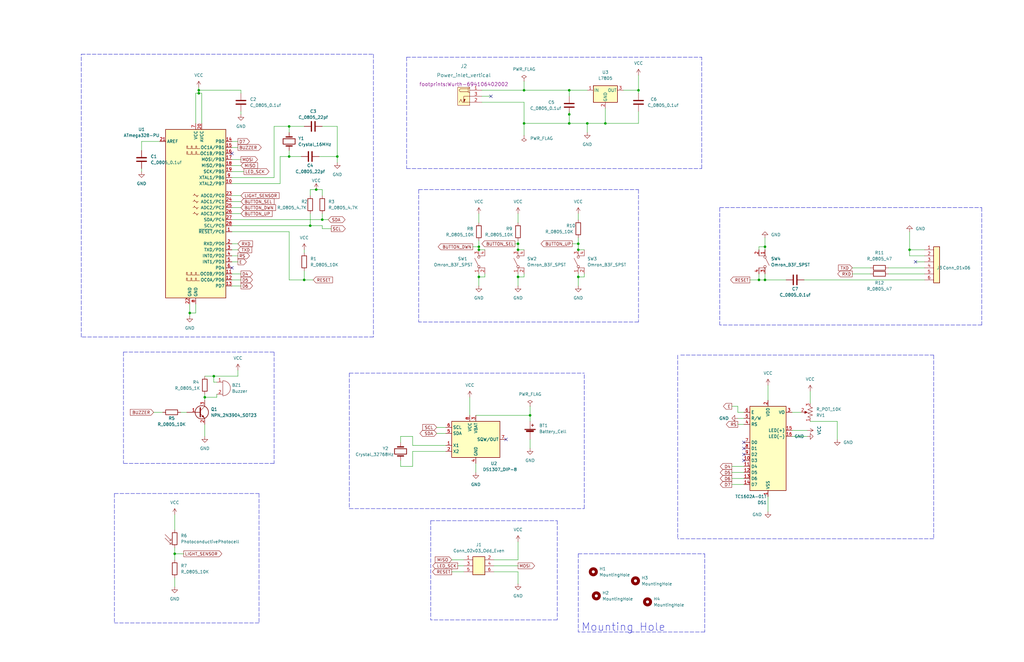
<source format=kicad_sch>
(kicad_sch (version 20211123) (generator eeschema)
  (paper "USLedger")
  (junction (at 243.84 102.87))
  (junction (at 247.65 52.07))
  (junction (at 218.44 102.87))
  (junction (at 142.24 66.04))
  (junction (at 128.27 118.11))
  (junction (at 383.54 105.41))
  (junction (at 201.93 104.14))
  (junction (at 80.01 132.08))
  (junction (at 320.04 118.11))
  (junction (at 243.84 116.84))
  (junction (at 83.82 38.1))
  (junction (at 218.44 116.84))
  (junction (at 90.17 158.75))
  (junction (at 201.93 105.41))
  (junction (at 135.89 92.71))
  (junction (at 220.98 52.07))
  (junction (at 240.03 48.26))
  (junction (at 121.92 53.34))
  (junction (at 240.03 52.07))
  (junction (at 220.98 38.1))
  (junction (at 121.92 66.04))
  (junction (at 269.24 38.1))
  (junction (at 73.66 233.68))
  (junction (at 133.35 80.01))
  (junction (at 322.58 104.14))
  (junction (at 86.36 167.64))
  (junction (at 240.03 38.1))
  (junction (at 218.44 105.41))
  (junction (at 255.27 52.07))
  (junction (at 322.58 118.11))
  (junction (at 223.52 175.26))
  (junction (at 243.84 105.41))
  (junction (at 201.93 116.84))
  (junction (at 130.81 95.25))
  (junction (at 83.82 39.37))
  (no_connect (at 213.36 185.42))
  (no_connect (at 207.01 40.64))
  (no_connect (at 386.08 110.49))
  (no_connect (at 313.69 191.77))
  (no_connect (at 313.69 189.23))
  (no_connect (at 313.69 194.31))
  (no_connect (at 313.69 186.69))
  (no_connect (at 97.79 113.03))
  (no_connect (at 97.79 64.77))
  (wire (pts (xy 313.69 199.39) (xy 308.61 199.39)))
  (wire (pts (xy 73.66 233.68) (xy 77.47 233.68)))
  (wire (pts (xy 389.89 107.95) (xy 383.54 107.95)))
  (wire (pts (xy 311.15 171.45) (xy 308.61 171.45)))
  (wire (pts (xy 313.69 179.07) (xy 311.15 179.07)))
  (wire (pts (xy 97.79 90.17) (xy 101.6 90.17)))
  (wire (pts (xy 121.92 53.34) (xy 121.92 55.88)))
  (wire (pts (xy 208.28 241.3) (xy 218.44 241.3)))
  (wire (pts (xy 121.92 53.34) (xy 128.27 53.34)))
  (wire (pts (xy 243.84 105.41) (xy 246.38 105.41)))
  (wire (pts (xy 374.65 113.03) (xy 389.89 113.03)))
  (polyline (pts (xy 269.24 80.01) (xy 269.24 135.89)))
  (wire (pts (xy 243.84 115.57) (xy 243.84 116.84)))
  (wire (pts (xy 86.36 167.64) (xy 86.36 168.91)))
  (wire (pts (xy 243.84 100.33) (xy 243.84 102.87)))
  (wire (pts (xy 383.54 105.41) (xy 383.54 107.95)))
  (wire (pts (xy 190.5 236.22) (xy 195.58 236.22)))
  (wire (pts (xy 311.15 173.99) (xy 311.15 171.45)))
  (wire (pts (xy 269.24 31.75) (xy 269.24 38.1)))
  (wire (pts (xy 83.82 38.1) (xy 101.6 38.1)))
  (wire (pts (xy 220.98 52.07) (xy 220.98 57.15)))
  (wire (pts (xy 262.89 38.1) (xy 269.24 38.1)))
  (polyline (pts (xy 109.22 208.28) (xy 109.22 262.89)))
  (wire (pts (xy 218.44 115.57) (xy 218.44 116.84)))
  (wire (pts (xy 97.79 85.09) (xy 101.6 85.09)))
  (wire (pts (xy 389.89 105.41) (xy 383.54 105.41)))
  (wire (pts (xy 135.89 80.01) (xy 135.89 82.55)))
  (wire (pts (xy 97.79 59.69) (xy 100.33 59.69)))
  (polyline (pts (xy 181.61 219.71) (xy 234.95 219.71)))
  (wire (pts (xy 142.24 66.04) (xy 142.24 68.58)))
  (wire (pts (xy 240.03 38.1) (xy 220.98 38.1)))
  (polyline (pts (xy 181.61 219.71) (xy 181.61 261.62)))
  (wire (pts (xy 121.92 118.11) (xy 128.27 118.11)))
  (polyline (pts (xy 157.48 22.86) (xy 157.48 142.24)))
  (wire (pts (xy 97.79 115.57) (xy 101.6 115.57)))
  (wire (pts (xy 82.55 132.08) (xy 80.01 132.08)))
  (wire (pts (xy 133.35 80.01) (xy 135.89 80.01)))
  (wire (pts (xy 313.69 204.47) (xy 308.61 204.47)))
  (wire (pts (xy 240.03 46.99) (xy 240.03 48.26)))
  (wire (pts (xy 322.58 115.57) (xy 322.58 118.11)))
  (polyline (pts (xy 157.48 142.24) (xy 34.29 142.24)))
  (wire (pts (xy 135.89 53.34) (xy 142.24 53.34)))
  (wire (pts (xy 168.91 196.85) (xy 168.91 194.31)))
  (wire (pts (xy 59.69 59.69) (xy 59.69 63.5)))
  (wire (pts (xy 220.98 115.57) (xy 220.98 116.84)))
  (wire (pts (xy 339.09 118.11) (xy 389.89 118.11)))
  (wire (pts (xy 204.47 116.84) (xy 201.93 116.84)))
  (wire (pts (xy 97.79 105.41) (xy 100.33 105.41)))
  (polyline (pts (xy 34.29 142.24) (xy 34.29 22.86)))
  (wire (pts (xy 101.6 38.1) (xy 101.6 39.37)))
  (wire (pts (xy 313.69 176.53) (xy 311.15 176.53)))
  (wire (pts (xy 83.82 39.37) (xy 85.09 39.37)))
  (polyline (pts (xy 171.45 24.13) (xy 295.91 24.13)))
  (wire (pts (xy 246.38 116.84) (xy 243.84 116.84)))
  (wire (pts (xy 130.81 82.55) (xy 130.81 80.01)))
  (wire (pts (xy 320.04 104.14) (xy 322.58 104.14)))
  (polyline (pts (xy 115.57 195.58) (xy 52.07 195.58)))
  (wire (pts (xy 135.89 95.25) (xy 135.89 96.52)))
  (polyline (pts (xy 303.53 87.63) (xy 414.02 87.63)))
  (wire (pts (xy 97.79 74.93) (xy 115.57 74.93)))
  (wire (pts (xy 121.92 97.79) (xy 121.92 118.11)))
  (wire (pts (xy 240.03 48.26) (xy 240.03 52.07)))
  (wire (pts (xy 115.57 53.34) (xy 121.92 53.34)))
  (wire (pts (xy 115.57 74.93) (xy 115.57 53.34)))
  (wire (pts (xy 121.92 63.5) (xy 121.92 66.04)))
  (polyline (pts (xy 147.32 157.48) (xy 147.32 214.63)))
  (wire (pts (xy 82.55 52.07) (xy 82.55 39.37)))
  (wire (pts (xy 223.52 175.26) (xy 223.52 177.8)))
  (wire (pts (xy 193.04 238.76) (xy 195.58 238.76)))
  (wire (pts (xy 97.79 95.25) (xy 130.81 95.25)))
  (wire (pts (xy 86.36 179.07) (xy 86.36 184.15)))
  (wire (pts (xy 323.85 162.56) (xy 323.85 168.91)))
  (polyline (pts (xy 48.26 208.28) (xy 109.22 208.28)))
  (wire (pts (xy 173.99 196.85) (xy 168.91 196.85)))
  (wire (pts (xy 340.36 184.15) (xy 334.01 184.15)))
  (wire (pts (xy 223.52 185.42) (xy 223.52 189.23)))
  (wire (pts (xy 218.44 228.6) (xy 218.44 236.22)))
  (wire (pts (xy 97.79 120.65) (xy 101.6 120.65)))
  (polyline (pts (xy 171.45 71.12) (xy 295.91 71.12)))
  (polyline (pts (xy 109.22 262.89) (xy 48.26 262.89)))
  (wire (pts (xy 220.98 43.18) (xy 220.98 52.07)))
  (wire (pts (xy 64.77 173.99) (xy 68.58 173.99)))
  (wire (pts (xy 243.84 116.84) (xy 243.84 120.65)))
  (wire (pts (xy 220.98 52.07) (xy 240.03 52.07)))
  (wire (pts (xy 320.04 115.57) (xy 320.04 118.11)))
  (wire (pts (xy 85.09 52.07) (xy 85.09 39.37)))
  (wire (pts (xy 130.81 90.17) (xy 130.81 95.25)))
  (wire (pts (xy 241.3 102.87) (xy 243.84 102.87)))
  (wire (pts (xy 218.44 101.6) (xy 218.44 102.87)))
  (wire (pts (xy 269.24 38.1) (xy 269.24 39.37)))
  (wire (pts (xy 201.93 115.57) (xy 201.93 116.84)))
  (polyline (pts (xy 414.02 87.63) (xy 414.02 137.16)))
  (wire (pts (xy 97.79 97.79) (xy 121.92 97.79)))
  (wire (pts (xy 200.66 175.26) (xy 223.52 175.26)))
  (wire (pts (xy 128.27 105.41) (xy 128.27 106.68)))
  (wire (pts (xy 201.93 116.84) (xy 201.93 120.65)))
  (wire (pts (xy 200.66 195.58) (xy 200.66 199.39)))
  (wire (pts (xy 199.39 104.14) (xy 201.93 104.14)))
  (wire (pts (xy 316.23 118.11) (xy 320.04 118.11)))
  (polyline (pts (xy 243.84 233.68) (xy 243.84 266.7)))
  (wire (pts (xy 97.79 72.39) (xy 102.87 72.39)))
  (wire (pts (xy 86.36 166.37) (xy 86.36 167.64)))
  (wire (pts (xy 184.15 182.88) (xy 187.96 182.88)))
  (wire (pts (xy 243.84 102.87) (xy 243.84 105.41)))
  (polyline (pts (xy 34.29 22.86) (xy 157.48 22.86)))
  (wire (pts (xy 80.01 132.08) (xy 80.01 133.35)))
  (wire (pts (xy 313.69 201.93) (xy 308.61 201.93)))
  (wire (pts (xy 101.6 48.26) (xy 101.6 46.99)))
  (wire (pts (xy 138.43 92.71) (xy 135.89 92.71)))
  (wire (pts (xy 353.06 177.8) (xy 353.06 185.42)))
  (wire (pts (xy 240.03 40.64) (xy 240.03 38.1)))
  (wire (pts (xy 168.91 184.15) (xy 168.91 186.69)))
  (wire (pts (xy 218.44 102.87) (xy 218.44 105.41)))
  (wire (pts (xy 97.79 77.47) (xy 118.11 77.47)))
  (wire (pts (xy 128.27 114.3) (xy 128.27 118.11)))
  (wire (pts (xy 90.17 161.29) (xy 90.17 158.75)))
  (polyline (pts (xy 297.18 233.68) (xy 297.18 266.7)))
  (wire (pts (xy 97.79 110.49) (xy 100.33 110.49)))
  (wire (pts (xy 341.63 165.1) (xy 341.63 170.18)))
  (wire (pts (xy 91.44 167.64) (xy 86.36 167.64)))
  (wire (pts (xy 134.62 66.04) (xy 142.24 66.04)))
  (wire (pts (xy 83.82 38.1) (xy 83.82 36.83)))
  (wire (pts (xy 73.66 243.84) (xy 73.66 247.65)))
  (wire (pts (xy 130.81 95.25) (xy 135.89 95.25)))
  (wire (pts (xy 97.79 69.85) (xy 101.6 69.85)))
  (wire (pts (xy 187.96 187.96) (xy 173.99 187.96)))
  (wire (pts (xy 90.17 158.75) (xy 100.33 158.75)))
  (polyline (pts (xy 246.38 214.63) (xy 246.38 157.48)))
  (wire (pts (xy 247.65 52.07) (xy 247.65 55.88)))
  (wire (pts (xy 243.84 90.17) (xy 243.84 92.71)))
  (wire (pts (xy 80.01 128.27) (xy 80.01 132.08)))
  (wire (pts (xy 97.79 87.63) (xy 101.6 87.63)))
  (wire (pts (xy 203.2 43.18) (xy 220.98 43.18)))
  (polyline (pts (xy 115.57 148.59) (xy 115.57 195.58)))
  (polyline (pts (xy 176.53 80.01) (xy 269.24 80.01)))
  (wire (pts (xy 100.33 156.21) (xy 100.33 158.75)))
  (wire (pts (xy 142.24 53.34) (xy 142.24 66.04)))
  (wire (pts (xy 203.2 38.1) (xy 220.98 38.1)))
  (wire (pts (xy 86.36 158.75) (xy 90.17 158.75)))
  (wire (pts (xy 359.41 115.57) (xy 367.03 115.57)))
  (wire (pts (xy 201.93 104.14) (xy 201.93 105.41)))
  (wire (pts (xy 340.36 181.61) (xy 334.01 181.61)))
  (wire (pts (xy 386.08 110.49) (xy 389.89 110.49)))
  (wire (pts (xy 208.28 238.76) (xy 218.44 238.76)))
  (wire (pts (xy 121.92 66.04) (xy 127 66.04)))
  (wire (pts (xy 204.47 115.57) (xy 204.47 116.84)))
  (wire (pts (xy 223.52 171.45) (xy 223.52 175.26)))
  (wire (pts (xy 135.89 96.52) (xy 139.7 96.52)))
  (wire (pts (xy 341.63 177.8) (xy 353.06 177.8)))
  (wire (pts (xy 97.79 67.31) (xy 101.6 67.31)))
  (wire (pts (xy 82.55 128.27) (xy 82.55 132.08)))
  (polyline (pts (xy 393.7 149.86) (xy 393.7 227.33)))
  (wire (pts (xy 203.2 40.64) (xy 207.01 40.64)))
  (wire (pts (xy 322.58 118.11) (xy 331.47 118.11)))
  (wire (pts (xy 218.44 116.84) (xy 218.44 120.65)))
  (wire (pts (xy 269.24 46.99) (xy 269.24 52.07)))
  (wire (pts (xy 97.79 118.11) (xy 101.6 118.11)))
  (polyline (pts (xy 393.7 227.33) (xy 285.75 227.33)))
  (wire (pts (xy 255.27 45.72) (xy 255.27 52.07)))
  (wire (pts (xy 320.04 118.11) (xy 322.58 118.11)))
  (wire (pts (xy 76.2 173.99) (xy 78.74 173.99)))
  (polyline (pts (xy 303.53 87.63) (xy 303.53 137.16)))
  (polyline (pts (xy 234.95 219.71) (xy 234.95 261.62)))
  (wire (pts (xy 220.98 116.84) (xy 218.44 116.84)))
  (wire (pts (xy 73.66 217.17) (xy 73.66 223.52)))
  (wire (pts (xy 83.82 39.37) (xy 83.82 38.1)))
  (wire (pts (xy 359.41 113.03) (xy 367.03 113.03)))
  (wire (pts (xy 59.69 72.39) (xy 59.69 71.12)))
  (wire (pts (xy 73.66 233.68) (xy 73.66 236.22)))
  (wire (pts (xy 135.89 90.17) (xy 135.89 92.71)))
  (polyline (pts (xy 269.24 135.89) (xy 176.53 135.89)))
  (wire (pts (xy 218.44 90.17) (xy 218.44 93.98)))
  (wire (pts (xy 91.44 161.29) (xy 90.17 161.29)))
  (wire (pts (xy 173.99 190.5) (xy 173.99 196.85)))
  (polyline (pts (xy 295.91 71.12) (xy 295.91 24.13)))
  (wire (pts (xy 97.79 107.95) (xy 100.33 107.95)))
  (wire (pts (xy 218.44 241.3) (xy 218.44 246.38)))
  (polyline (pts (xy 171.45 24.13) (xy 171.45 71.12)))
  (polyline (pts (xy 297.18 266.7) (xy 243.84 266.7)))
  (polyline (pts (xy 243.84 233.68) (xy 297.18 233.68)))
  (wire (pts (xy 118.11 77.47) (xy 118.11 66.04)))
  (wire (pts (xy 201.93 101.6) (xy 201.93 104.14)))
  (polyline (pts (xy 287.02 149.86) (xy 393.7 149.86)))
  (wire (pts (xy 247.65 52.07) (xy 255.27 52.07)))
  (wire (pts (xy 184.15 180.34) (xy 187.96 180.34)))
  (wire (pts (xy 173.99 187.96) (xy 173.99 184.15)))
  (wire (pts (xy 320.04 105.41) (xy 320.04 104.14)))
  (wire (pts (xy 173.99 184.15) (xy 168.91 184.15)))
  (polyline (pts (xy 147.32 157.48) (xy 246.38 157.48)))
  (wire (pts (xy 187.96 190.5) (xy 173.99 190.5)))
  (wire (pts (xy 201.93 105.41) (xy 204.47 105.41)))
  (wire (pts (xy 73.66 231.14) (xy 73.66 233.68)))
  (wire (pts (xy 255.27 52.07) (xy 269.24 52.07)))
  (polyline (pts (xy 147.32 214.63) (xy 246.38 214.63)))
  (wire (pts (xy 220.98 34.29) (xy 220.98 38.1)))
  (wire (pts (xy 383.54 97.79) (xy 383.54 105.41)))
  (wire (pts (xy 218.44 105.41) (xy 220.98 105.41)))
  (wire (pts (xy 190.5 241.3) (xy 195.58 241.3)))
  (polyline (pts (xy 52.07 148.59) (xy 115.57 148.59)))
  (polyline (pts (xy 234.95 261.62) (xy 181.61 261.62)))
  (polyline (pts (xy 176.53 80.01) (xy 176.53 135.89)))
  (wire (pts (xy 218.44 102.87) (xy 217.17 102.87)))
  (wire (pts (xy 97.79 92.71) (xy 135.89 92.71)))
  (polyline (pts (xy 285.75 149.86) (xy 285.75 227.33)))
  (wire (pts (xy 97.79 102.87) (xy 100.33 102.87)))
  (wire (pts (xy 91.44 166.37) (xy 91.44 167.64)))
  (polyline (pts (xy 52.07 148.59) (xy 52.07 195.58)))
  (wire (pts (xy 337.82 173.99) (xy 334.01 173.99)))
  (wire (pts (xy 240.03 38.1) (xy 247.65 38.1)))
  (wire (pts (xy 323.85 215.9) (xy 323.85 209.55)))
  (wire (pts (xy 208.28 236.22) (xy 218.44 236.22)))
  (wire (pts (xy 130.81 80.01) (xy 133.35 80.01)))
  (wire (pts (xy 313.69 196.85) (xy 308.61 196.85)))
  (wire (pts (xy 67.31 59.69) (xy 59.69 59.69)))
  (wire (pts (xy 198.12 167.64) (xy 198.12 175.26)))
  (polyline (pts (xy 48.26 208.28) (xy 48.26 262.89)))
  (wire (pts (xy 97.79 82.55) (xy 101.6 82.55)))
  (wire (pts (xy 118.11 66.04) (xy 121.92 66.04)))
  (wire (pts (xy 82.55 39.37) (xy 83.82 39.37)))
  (wire (pts (xy 322.58 104.14) (xy 322.58 105.41)))
  (wire (pts (xy 246.38 115.57) (xy 246.38 116.84)))
  (wire (pts (xy 97.79 62.23) (xy 100.33 62.23)))
  (wire (pts (xy 313.69 173.99) (xy 311.15 173.99)))
  (wire (pts (xy 374.65 115.57) (xy 389.89 115.57)))
  (wire (pts (xy 128.27 118.11) (xy 132.08 118.11)))
  (wire (pts (xy 201.93 90.17) (xy 201.93 93.98)))
  (polyline (pts (xy 414.02 137.16) (xy 303.53 137.16)))
  (wire (pts (xy 322.58 100.33) (xy 322.58 104.14)))
  (wire (pts (xy 240.03 52.07) (xy 247.65 52.07)))
  (text "Mounting Hole " (at 245.11 266.7 0) (effects (font (size 3.27 3.27)) (justify left bottom)))
  (global_label "BUTTON_DWN" (shape input) (at 101.6 87.63 0) (property "Intersheet References" "${INTERSHEET_REFS}" (effects hide)))
  (global_label "D4" (shape output) (at 308.61 196.85 180) (property "Intersheet References" "${INTERSHEET_REFS}" (effects hide)))
  (global_label "BUTTON_UP" (shape input) (at 101.6 90.17 0) (property "Intersheet References" "${INTERSHEET_REFS}" (effects hide)))
  (global_label "LED_SCK" (shape output) (at 193.04 238.76 180) (property "Intersheet References" "${INTERSHEET_REFS}" (effects hide)))
  (global_label "RXD" (shape input) (at 100.33 102.87 0) (property "Intersheet References" "${INTERSHEET_REFS}" (effects hide)))
  (global_label "BUZZER" (shape output) (at 100.33 62.23 0) (property "Intersheet References" "${INTERSHEET_REFS}" (effects hide)))
  (global_label "SCL" (shape input) (at 184.15 180.34 180) (property "Intersheet References" "${INTERSHEET_REFS}" (effects hide)))
  (global_label "SDA" (shape bidirectional) (at 184.15 182.88 180) (property "Intersheet References" "${INTERSHEET_REFS}" (effects hide)))
  (global_label "MISO" (shape input) (at 101.6 69.85 0) (property "Intersheet References" "${INTERSHEET_REFS}" (effects hide)))
  (global_label "D6" (shape output) (at 308.61 201.93 180) (property "Intersheet References" "${INTERSHEET_REFS}" (effects hide)))
  (global_label "LIGHT_SENSOR" (shape input) (at 101.6 82.55 0) (property "Intersheet References" "${INTERSHEET_REFS}" (effects hide)))
  (global_label "BUZZER" (shape input) (at 64.77 173.99 180) (property "Intersheet References" "${INTERSHEET_REFS}" (effects hide)))
  (global_label "MOSI" (shape output) (at 101.6 67.31 0) (property "Intersheet References" "${INTERSHEET_REFS}" (effects hide)))
  (global_label "BUTTON_UP" (shape output) (at 241.3 102.87 180) (property "Intersheet References" "${INTERSHEET_REFS}" (effects hide)))
  (global_label "RESET" (shape output) (at 190.5 241.3 180) (property "Intersheet References" "${INTERSHEET_REFS}" (effects hide)))
  (global_label "RS" (shape output) (at 100.33 107.95 0) (property "Intersheet References" "${INTERSHEET_REFS}" (effects hide)))
  (global_label "MOSI" (shape output) (at 218.44 238.76 0) (property "Intersheet References" "${INTERSHEET_REFS}" (effects hide)))
  (global_label "BUTTON_SEL" (shape input) (at 101.6 85.09 0) (property "Intersheet References" "${INTERSHEET_REFS}" (effects hide)))
  (global_label "SDA" (shape bidirectional) (at 138.43 92.71 0) (property "Intersheet References" "${INTERSHEET_REFS}" (effects hide)))
  (global_label "TXD" (shape input) (at 100.33 105.41 0) (property "Intersheet References" "${INTERSHEET_REFS}" (effects hide)))
  (global_label "SCL" (shape output) (at 139.7 96.52 0) (property "Intersheet References" "${INTERSHEET_REFS}" (effects hide)))
  (global_label "D6" (shape output) (at 101.6 120.65 0) (property "Intersheet References" "${INTERSHEET_REFS}" (effects hide)))
  (global_label "BUTTON_SEL" (shape output) (at 217.17 102.87 180) (property "Intersheet References" "${INTERSHEET_REFS}" (effects hide)))
  (global_label "LED_SCK" (shape output) (at 102.87 72.39 0) (property "Intersheet References" "${INTERSHEET_REFS}" (effects hide)))
  (global_label "MISO" (shape input) (at 190.5 236.22 180) (property "Intersheet References" "${INTERSHEET_REFS}" (effects hide)))
  (global_label "E" (shape output) (at 100.33 110.49 0) (property "Intersheet References" "${INTERSHEET_REFS}" (effects hide)))
  (global_label "RS" (shape output) (at 311.15 179.07 180) (property "Intersheet References" "${INTERSHEET_REFS}" (effects hide)))
  (global_label "D5" (shape output) (at 308.61 199.39 180) (property "Intersheet References" "${INTERSHEET_REFS}" (effects hide)))
  (global_label "BUTTON_DWN" (shape output) (at 199.39 104.14 180) (property "Intersheet References" "${INTERSHEET_REFS}" (effects hide)))
  (global_label "D7" (shape output) (at 100.33 59.69 0) (property "Intersheet References" "${INTERSHEET_REFS}" (effects hide)))
  (global_label "E" (shape output) (at 308.61 171.45 180) (property "Intersheet References" "${INTERSHEET_REFS}" (effects hide)))
  (global_label "D4" (shape output) (at 101.6 115.57 0) (property "Intersheet References" "${INTERSHEET_REFS}" (effects hide)))
  (global_label "TXD" (shape input) (at 359.41 113.03 180) (property "Intersheet References" "${INTERSHEET_REFS}" (effects hide)))
  (global_label "RXD" (shape output) (at 359.41 115.57 180) (property "Intersheet References" "${INTERSHEET_REFS}" (effects hide)))
  (global_label "RESET" (shape output) (at 316.23 118.11 180) (property "Intersheet References" "${INTERSHEET_REFS}" (effects hide)))
  (global_label "LIGHT_SENSOR" (shape output) (at 77.47 233.68 0) (property "Intersheet References" "${INTERSHEET_REFS}" (effects hide)))
  (global_label "D7" (shape output) (at 308.61 204.47 180) (property "Intersheet References" "${INTERSHEET_REFS}" (effects hide)))
  (global_label "D5" (shape output) (at 101.6 118.11 0) (property "Intersheet References" "${INTERSHEET_REFS}" (effects hide)))
  (global_label "RESET" (shape input) (at 132.08 118.11 0) (property "Intersheet References" "${INTERSHEET_REFS}" (effects hide)))
  (symbol (lib_id "HPS:R_0805_10K") (at 72.39 173.99 90) (unit 1)
    (property "Reference" "R5" (at 72.39 176.53 90))
    (property "Value" "R_0805_10K" (at 72.39 179.07 90))
    (property "Footprint" "footprints:R_0805_2012Metric" (effects hide))
    (property "Datasheet" "https://www.digikey.com/en/products/detail/yageo/RC0805FR-0710KL/727535" (effects hide))
    (property "MFG" "Yageo" (effects hide))
    (property "MPN" "RC0805FR-0710KL" (effects hide))
    (property "Digikey PN" "311-10.0KCRCT-ND" (effects hide))
    (property "Mouser PN" "N/A" (effects hide))
    (property "Power" "N/A" (effects hide))
    (property "Tolerance" "N/A" (effects hide))
  )
  (symbol (lib_id "HPS:VCC") (at 269.24 31.75 0) (unit 1)
    (property "Reference" "#PWR024" (effects hide))
    (property "Value" "VCC" (at 269.24 26.67 0))
  )
  (symbol (lib_id "HPS:R_0805_1K") (at 86.36 162.56 180) (unit 1)
    (property "Reference" "R4" (at 81.28 161.29 0) (effects (justify right)))
    (property "Value" "R_0805_1K" (at 73.66 163.83 0) (effects (justify right)))
    (property "Footprint" "footprints:R_0805_2012Metric" (effects hide))
    (property "Datasheet" "https://www.digikey.com/en/products/detail/yageo/RC0805FR-071KL/727444" (effects hide))
    (property "MFG" "Yageo" (effects hide))
    (property "Digikey PN" "RC0805FR-0710KL" (effects hide))
    (property "Mouser PN" "N/A" (effects hide))
    (property "Power" "N/A" (effects hide))
    (property "Tolerance" "N/A" (effects hide))
    (property "MPN" "RC0805FR-071KL" (effects hide))
  )
  (symbol (lib_id "HPS:Crystal_16MHz") (at 121.92 59.69 90) (unit 1)
    (property "Reference" "Y1" (at 125.73 58.4199 90) (effects (justify right)))
    (property "Value" "Crystal_16MHz" (at 125.73 60.9599 90) (effects (justify right)))
    (property "Footprint" "footprints:Crystal_SMD_HC49-SD" (effects hide))
    (property "Datasheet" "https://ecsxtal.com/store/pdf/csm-7x-dn.pdf" (effects hide))
    (property "MFG" "ECS Inc." (effects hide))
    (property "MPN" "ECS-160-20-5PXDN-TR" (effects hide))
    (property "Digikey PN" "XC1299CT-ND" (effects hide))
    (property "Mouser PN" "N/A" (effects hide))
  )
  (symbol (lib_id "HPS:PWR_FLAG") (at 220.98 34.29 0) (unit 1)
    (property "Reference" "#FLG01" (effects hide))
    (property "Value" "PWR_FLAG" (at 220.98 29.21 0))
  )
  (symbol (lib_id "HPS:Omron_B3F_SPST") (at 218.44 110.49 90) (unit 1)
    (property "Reference" "SW2" (at 222.25 109.2199 90) (effects (justify right)))
    (property "Value" "Omron_B3F_SPST" (at 222.25 111.7599 90) (effects (justify right)))
    (property "Footprint" "footprints:SW_SPST_Omron_B3FS-100xP" (effects hide))
    (property "Datasheet" "https://omronfs.omron.com/en_US/ecb/products/pdf/en-b3fs.pdf" (effects hide))
    (property "MFG" "Omron Electronics Inc-EMC Div" (effects hide))
    (property "MPN" "B3FS-1000P" (effects hide))
    (property "Digikey PN" "SW423CT-ND" (effects hide))
    (property "Mouser PN" "N/A" (effects hide))
  )
  (symbol (lib_id "HPS:C_0805_0.1uf") (at 59.69 67.31 0) (unit 1)
    (property "Reference" "C1" (at 63.5 66.0399 0) (effects (justify left)))
    (property "Value" "C_0805_0.1uf" (at 63.5 68.5799 0) (effects (justify left)))
    (property "Footprint" "footprints:C_0805_2012Metric" (effects hide))
    (property "Datasheet" "https://datasheets.avx.com/X7RDielectric.pdf" (effects hide))
    (property "MFG" "AVX Corporation" (effects hide))
    (property "MPN" "08055C104KAT2A" (effects hide))
    (property "Digikey PN" "478-1395-1-ND" (effects hide))
    (property "Mouser PN" "N/A" (effects hide))
    (property "Voltage" "N/A" (effects hide))
    (property "Dielectric" "N/A" (effects hide))
    (property "Tolerance" "N/A" (effects hide))
  )
  (symbol (lib_id "HPS:VCC") (at 218.44 90.17 0) (unit 1)
    (property "Reference" "#PWR016" (effects hide))
    (property "Value" "VCC" (at 218.44 85.09 0))
  )
  (symbol (lib_id "HPS:MountingHole") (at 251.46 251.46 0) (unit 1)
    (property "Reference" "H2" (at 254 250.1899 0) (effects (justify left)))
    (property "Value" "MountingHole" (at 254 252.7299 0) (effects (justify left)))
    (property "Footprint" "footprints:MountingHole_3.2mm_M3" (effects hide))
  )
  (symbol (lib_id "HPS:PWR_FLAG") (at 223.52 171.45 0) (unit 1)
    (property "Reference" "#FLG03" (effects hide))
    (property "Value" "PWR_FLAG" (at 223.52 166.37 0))
  )
  (symbol (lib_id "HPS:GND") (at 353.06 185.42 0) (unit 1)
    (property "Reference" "#PWR0102" (effects hide))
    (property "Value" "GND" (at 355.6 186.6899 0) (effects (justify left)))
  )
  (symbol (lib_id "HPS:R_0805_10K") (at 128.27 110.49 0) (unit 1)
    (property "Reference" "R1" (at 130.81 109.2199 0) (effects (justify left)))
    (property "Value" "R_0805_10K" (at 130.81 111.7599 0) (effects (justify left)))
    (property "Footprint" "footprints:R_0805_2012Metric" (effects hide))
    (property "Datasheet" "https://www.digikey.com/en/products/detail/yageo/RC0805FR-0710KL/727535" (effects hide))
    (property "MFG" "Yageo" (effects hide))
    (property "MPN" "RC0805FR-0710KL" (effects hide))
    (property "Digikey PN" "311-10.0KCRCT-ND" (effects hide))
    (property "Mouser PN" "N/A" (effects hide))
    (property "Power" "N/A" (effects hide))
    (property "Tolerance" "N/A" (effects hide))
  )
  (symbol (lib_id "HPS:VCC") (at 73.66 217.17 0) (unit 1)
    (property "Reference" "#PWR02" (effects hide))
    (property "Value" "VCC" (at 73.66 212.09 0))
  )
  (symbol (lib_id "HPS:C_0805_0.1uf") (at 101.6 43.18 0) (unit 1)
    (property "Reference" "C2" (at 105.41 41.9099 0) (effects (justify left)))
    (property "Value" "C_0805_0.1uf" (at 105.41 44.4499 0) (effects (justify left)))
    (property "Footprint" "footprints:C_0805_2012Metric" (effects hide))
    (property "Datasheet" "https://datasheets.avx.com/X7RDielectric.pdf" (effects hide))
    (property "MFG" "AVX Corporation" (effects hide))
    (property "MPN" "08055C104KAT2A" (effects hide))
    (property "Digikey PN" "478-1395-1-ND" (effects hide))
    (property "Mouser PN" "N/A" (effects hide))
    (property "Voltage" "N/A" (effects hide))
    (property "Dielectric" "N/A" (effects hide))
    (property "Tolerance" "N/A" (effects hide))
  )
  (symbol (lib_id "HPS:GND") (at 311.15 176.53 270) (unit 1)
    (property "Reference" "#PWR031" (effects hide))
    (property "Value" "GND" (at 307.34 176.5301 90) (effects (justify right)))
  )
  (symbol (lib_id "HPS:VCC") (at 100.33 156.21 0) (unit 1)
    (property "Reference" "#PWR07" (effects hide))
    (property "Value" "VCC" (at 100.33 151.13 0))
  )
  (symbol (lib_id "HPS:VCC") (at 133.35 80.01 0) (unit 1)
    (property "Reference" "#PWR010" (effects hide))
    (property "Value" "VCC" (at 133.35 76.2 0))
  )
  (symbol (lib_id "HPS:GND") (at 218.44 120.65 0) (unit 1)
    (property "Reference" "#PWR017" (effects hide))
    (property "Value" "GND" (at 218.44 125.73 0))
  )
  (symbol (lib_id "HPS:PWR_FLAG") (at 220.98 57.15 180) (unit 1)
    (property "Reference" "#FLG02" (effects hide))
    (property "Value" "PWR_FLAG" (at 223.52 58.4199 0) (effects (justify right)))
  )
  (symbol (lib_id "HPS:TC1602A-01T") (at 323.85 189.23 0) (unit 1)
    (property "Reference" "DS1" (at 323.3294 212.09 0) (effects (justify right)))
    (property "Value" "TC1602A-01T" (at 323.3294 209.55 0) (effects (justify right)))
    (property "Footprint" "footprints:TC1602A-01T" (effects hide))
    (property "Datasheet" "https://cdn-shop.adafruit.com/datasheets/TC1602A-01T.pdf" (effects hide))
    (property "MFG" "Adafruit" (effects hide))
    (property "MPN" "1447" (effects hide))
    (property "Digikey PN" "1528-2212-ND" (effects hide))
    (property "Mouser PN" "N/A" (effects hide))
  )
  (symbol (lib_id "HPS:PhotoconductivePhotocell") (at 73.66 227.33 0) (unit 1)
    (property "Reference" "R6" (at 76.2 226.0599 0) (effects (justify left)))
    (property "Value" "PhotoconductivePhotocell" (at 76.2 228.5999 0) (effects (justify left)))
    (property "Footprint" "footprints:R_LDR_4.9x4.2mm_P2.54mm_Vertical" (effects hide))
    (property "Datasheet" "https://media.digikey.com/pdf/Data%20Sheets/Photonic%20Detetectors%20Inc%20PDFs/PDV-P8103.pdf" (effects hide))
    (property "MFG" "Advanced Photonix" (effects hide))
    (property "MPN" "PDV-P8103" (effects hide))
    (property "Digikey PN" "PDV-P8103-ND" (effects hide))
    (property "Mouser PN" "N/A" (effects hide))
    (property "Voltage" "N/A" (effects hide))
    (property "Dielectric" "N/A" (effects hide))
    (property "Tolerance" "N/A" (effects hide))
  )
  (symbol (lib_id "HPS:Omron_B3F_SPST") (at 243.84 110.49 90) (unit 1)
    (property "Reference" "SW3" (at 247.65 109.2199 90) (effects (justify right)))
    (property "Value" "Omron_B3F_SPST" (at 247.65 111.7599 90) (effects (justify right)))
    (property "Footprint" "footprints:SW_SPST_Omron_B3FS-100xP" (effects hide))
    (property "Datasheet" "https://omronfs.omron.com/en_US/ecb/products/pdf/en-b3fs.pdf" (effects hide))
    (property "MFG" "Omron Electronics Inc-EMC Div" (effects hide))
    (property "MPN" "B3FS-1000P" (effects hide))
    (property "Digikey PN" "SW423CT-ND" (effects hide))
    (property "Mouser PN" "N/A" (effects hide))
  )
  (symbol (lib_id "HPS:C_0805_0.1uf") (at 269.24 43.18 0) (unit 1)
    (property "Reference" "C6" (at 274.32 41.91 0) (effects (justify left)))
    (property "Value" "C_0805_0.1uf" (at 273.05 44.45 0) (effects (justify left)))
    (property "Footprint" "footprints:C_0805_2012Metric" (effects hide))
    (property "Datasheet" "https://datasheets.avx.com/X7RDielectric.pdf" (effects hide))
    (property "MFG" "AVX Corporation" (effects hide))
    (property "MPN" "08055C104KAT2A" (effects hide))
    (property "Digikey PN" "478-1395-1-ND" (effects hide))
    (property "Mouser PN" "N/A" (effects hide))
    (property "Voltage" "N/A" (effects hide))
    (property "Dielectric" "N/A" (effects hide))
    (property "Tolerance" "N/A" (effects hide))
  )
  (symbol (lib_id "HPS:Omron_B3F_SPST") (at 201.93 110.49 90) (unit 1)
    (property "Reference" "SW1" (at 193.04 109.22 90) (effects (justify right)))
    (property "Value" "Omron_B3F_SPST" (at 182.88 111.76 90) (effects (justify right)))
    (property "Footprint" "footprints:SW_SPST_Omron_B3FS-100xP" (effects hide))
    (property "Datasheet" "https://omronfs.omron.com/en_US/ecb/products/pdf/en-b3fs.pdf" (effects hide))
    (property "MFG" "Omron Electronics Inc-EMC Div" (effects hide))
    (property "MPN" "B3FS-1000P" (effects hide))
    (property "Digikey PN" "SW423CT-ND" (effects hide))
    (property "Mouser PN" "N/A" (effects hide))
  )
  (symbol (lib_id "HPS:R_0805_47") (at 370.84 113.03 90) (unit 1)
    (property "Reference" "R11" (at 370.84 106.68 90))
    (property "Value" "R_0805_47" (at 370.84 109.22 90))
    (property "Footprint" "footprints:R_0805_2012Metric" (effects hide))
    (property "Datasheet" "https://www.digikey.com/en/products/detail/yageo/RC0805FR-0747RL/727972" (effects hide))
    (property "MFG" "Yageo" (effects hide))
    (property "Digikey PN" "RC0805FR-0747RL " (effects hide))
    (property "Mouser PN" "N/A" (effects hide))
    (property "Power" "N/A" (effects hide))
    (property "Tolerance" "N/A" (effects hide))
    (property "MPN" "RC0805FR-0747RL " (effects hide))
  )
  (symbol (lib_id "HPS:GND") (at 59.69 72.39 0) (unit 1)
    (property "Reference" "#PWR01" (effects hide))
    (property "Value" "GND" (at 59.69 77.47 0))
  )
  (symbol (lib_id "HPS:Power_inlet_vertical") (at 198.12 40.64 0) (unit 1)
    (property "Reference" "J2" (at 195.58 27.94 0) (effects (font (size 1.524 1.524))))
    (property "Value" "Power_inlet_vertical" (at 195.58 31.75 0) (effects (font (size 1.524 1.524))))
    (property "Footprint" "footprints:Wurth-694106402002" (at 195.58 35.56 0) (effects (font (size 1.524 1.524))))
    (property "Datasheet" "https://www.we-online.com/katalog/datasheet/6941xx402002.pdf" (effects hide))
    (property "MFG" "Wurth" (effects hide))
    (property "MPN" "694106402002" (effects hide))
    (property "Digikey PN" "732-5931-ND" (effects hide))
  )
  (symbol (lib_id "HPS:R_0805_10K") (at 73.66 240.03 0) (unit 1)
    (property "Reference" "R7" (at 76.2 238.7599 0) (effects (justify left)))
    (property "Value" "R_0805_10K" (at 76.2 241.2999 0) (effects (justify left)))
    (property "Footprint" "footprints:R_0805_2012Metric" (effects hide))
    (property "Datasheet" "https://www.digikey.com/en/products/detail/yageo/RC0805FR-0710KL/727535" (effects hide))
    (property "MFG" "Yageo" (effects hide))
    (property "MPN" "RC0805FR-0710KL" (effects hide))
    (property "Digikey PN" "311-10.0KCRCT-ND" (effects hide))
    (property "Mouser PN" "N/A" (effects hide))
    (property "Power" "N/A" (effects hide))
    (property "Tolerance" "N/A" (effects hide))
  )
  (symbol (lib_id "HPS:Buzzer") (at 93.98 163.83 0) (unit 1)
    (property "Reference" "BZ1" (at 97.79 162.5599 0) (effects (justify left)))
    (property "Value" "Buzzer" (at 97.79 165.0999 0) (effects (justify left)))
    (property "Footprint" "footprints:Buzzer_TDK_PS1240P02BT_D12.2mm_H6.5mm" (effects hide))
    (property "Datasheet" "https://product.tdk.com/info/en/catalog/datasheets/piezoelectronic_buzzer_ps_en.pdf?ref_disty=digikey" (effects hide))
    (property "MFG" "TDK" (effects hide))
    (property "MPN" "PS1420P02CT" (effects hide))
    (property "Digikey PN" "445-2526-1-ND" (effects hide))
    (property "Mouser PN" "N/A" (effects hide))
  )
  (symbol (lib_id "HPS:GND") (at 86.36 184.15 0) (unit 1)
    (property "Reference" "#PWR06" (effects hide))
    (property "Value" "GND" (at 86.36 189.23 0))
  )
  (symbol (lib_id "HPS:Omron_B3F_SPST") (at 322.58 110.49 270) (unit 1)
    (property "Reference" "SW4" (at 325.12 109.2199 90) (effects (justify left)))
    (property "Value" "Omron_B3F_SPST" (at 325.12 111.7599 90) (effects (justify left)))
    (property "Footprint" "footprints:SW_SPST_Omron_B3FS-100xP" (effects hide))
    (property "Datasheet" "https://omronfs.omron.com/en_US/ecb/products/pdf/en-b3fs.pdf" (effects hide))
    (property "MFG" "Omron Electronics Inc-EMC Div" (effects hide))
    (property "MPN" "B3FS-1000P" (effects hide))
    (property "Digikey PN" "SW423CT-ND" (effects hide))
    (property "Mouser PN" "N/A" (effects hide))
  )
  (symbol (lib_id "HPS:Crystal_32768Hz") (at 168.91 190.5 90) (unit 1)
    (property "Reference" "Y2" (at 161.29 189.23 90) (effects (justify right)))
    (property "Value" "Crystal_32768Hz" (at 149.86 191.77 90) (effects (justify right)))
    (property "Footprint" "footprints:Crystal_SMD_2Pin_3.2x1.5mm" (effects hide))
    (property "Datasheet" "https://www.jauch.com/downloadfile/57fde22d50dbf_d3c203011c87952f2834/jtx310-auto-2-210512.pdf" (effects hide))
    (property "MFG" "Jauch Quartz" (effects hide))
    (property "MPN" "Q 0,032768-JTX310-12,5-20-T1-HMR-50K-LF" (effects hide))
    (property "Digikey PN" "1908-1314-1-ND" (effects hide))
    (property "Mouser PN" "N/A" (effects hide))
  )
  (symbol (lib_id "HPS:C_0805_0.1uf") (at 240.03 44.45 0) (unit 1)
    (property "Reference" "C5" (at 231.14 43.18 0) (effects (justify left)))
    (property "Value" "C_0805_0.1uf" (at 223.52 45.72 0) (effects (justify left)))
    (property "Footprint" "footprints:C_0805_2012Metric" (effects hide))
    (property "Datasheet" "https://datasheets.avx.com/X7RDielectric.pdf" (effects hide))
    (property "MFG" "AVX Corporation" (effects hide))
    (property "MPN" "08055C104KAT2A" (effects hide))
    (property "Digikey PN" "478-1395-1-ND" (effects hide))
    (property "Mouser PN" "N/A" (effects hide))
    (property "Voltage" "N/A" (effects hide))
    (property "Dielectric" "N/A" (effects hide))
    (property "Tolerance" "N/A" (effects hide))
  )
  (symbol (lib_id "HPS:GND") (at 383.54 97.79 180) (unit 1)
    (property "Reference" "#PWR032" (effects hide))
    (property "Value" "GND" (at 386.08 96.5199 0) (effects (justify right)))
  )
  (symbol (lib_id "HPS:R_0805_4.7K") (at 135.89 86.36 0) (unit 1)
    (property "Reference" "R3" (at 138.43 85.0899 0) (effects (justify left)))
    (property "Value" "R_0805_4.7K" (at 138.43 87.6299 0) (effects (justify left)))
    (property "Footprint" "footprints:R_0805_2012Metric" (effects hide))
    (property "Datasheet" "https://www.digikey.com/en/products/detail/yageo/RC0805FR-074K7L/727929" (effects hide))
    (property "MFG" "Yageo" (effects hide))
    (property "MPN" "RC0805FR-074K7L" (effects hide))
    (property "Digikey PN" "311-4.70KCRCT-ND" (effects hide))
    (property "Mouser PN" "N/A" (effects hide))
    (property "Power" "N/A" (effects hide))
    (property "Tolerance" "N/A" (effects hide))
  )
  (symbol (lib_id "HPS:GND") (at 340.36 184.15 90) (unit 1)
    (property "Reference" "#PWR025" (effects hide))
    (property "Value" "GND" (at 339.09 184.1501 90) (effects (justify left)))
  )
  (symbol (lib_id "HPS:R_0805_10K") (at 218.44 97.79 0) (unit 1)
    (property "Reference" "R9" (at 213.36 96.52 0) (effects (justify left)))
    (property "Value" "R_0805_10K" (at 204.47 99.06 0) (effects (justify left)))
    (property "Footprint" "footprints:R_0805_2012Metric" (effects hide))
    (property "Datasheet" "https://www.digikey.com/en/products/detail/yageo/RC0805FR-0710KL/727535" (effects hide))
    (property "MFG" "Yageo" (effects hide))
    (property "MPN" "RC0805FR-0710KL" (effects hide))
    (property "Digikey PN" "311-10.0KCRCT-ND" (effects hide))
    (property "Mouser PN" "N/A" (effects hide))
    (property "Power" "N/A" (effects hide))
    (property "Tolerance" "N/A" (effects hide))
  )
  (symbol (lib_id "HPS:Conn_01x06") (at 394.97 110.49 0) (unit 1)
    (property "Reference" "J3" (at 394.97 113.03 0) (effects (justify left)))
    (property "Value" "Conn_01x06" (at 397.51 113.0299 0) (effects (justify left)))
    (property "Footprint" "footprints:PinHeader_1x06_P2.54mm_Vertical" (effects hide))
    (property "Datasheet" "https://www.we-online.de/katalog/datasheet/6130xx11121.pdf" (effects hide))
    (property "MFG" "Würth Elektronik" (effects hide))
    (property "MPN" "61300611121" (effects hide))
    (property "Digikey PN" "732-5319-ND" (effects hide))
    (property "Mouser PN" "N/A" (effects hide))
  )
  (symbol (lib_id "HPS:GND") (at 223.52 189.23 0) (unit 1)
    (property "Reference" "#PWR020" (effects hide))
    (property "Value" "GND" (at 223.52 194.31 0))
  )
  (symbol (lib_id "HPS:VCC") (at 201.93 90.17 0) (unit 1)
    (property "Reference" "#PWR014" (effects hide))
    (property "Value" "VCC" (at 201.93 85.09 0))
  )
  (symbol (lib_id "HPS:R_0805_10K") (at 201.93 97.79 0) (unit 1)
    (property "Reference" "R8" (at 196.85 96.52 0) (effects (justify left)))
    (property "Value" "R_0805_10K" (at 187.96 99.06 0) (effects (justify left)))
    (property "Footprint" "footprints:R_0805_2012Metric" (effects hide))
    (property "Datasheet" "https://www.digikey.com/en/products/detail/yageo/RC0805FR-0710KL/727535" (effects hide))
    (property "MFG" "Yageo" (effects hide))
    (property "MPN" "RC0805FR-0710KL" (effects hide))
    (property "Digikey PN" "311-10.0KCRCT-ND" (effects hide))
    (property "Mouser PN" "N/A" (effects hide))
    (property "Power" "N/A" (effects hide))
    (property "Tolerance" "N/A" (effects hide))
  )
  (symbol (lib_id "HPS:R_0805_10K") (at 243.84 96.52 0) (unit 1)
    (property "Reference" "R10" (at 238.76 95.25 0) (effects (justify left)))
    (property "Value" "R_0805_10K" (at 229.87 97.79 0) (effects (justify left)))
    (property "Footprint" "footprints:R_0805_2012Metric" (effects hide))
    (property "Datasheet" "https://www.digikey.com/en/products/detail/yageo/RC0805FR-0710KL/727535" (effects hide))
    (property "MFG" "Yageo" (effects hide))
    (property "MPN" "RC0805FR-0710KL" (effects hide))
    (property "Digikey PN" "311-10.0KCRCT-ND" (effects hide))
    (property "Mouser PN" "N/A" (effects hide))
    (property "Power" "N/A" (effects hide))
    (property "Tolerance" "N/A" (effects hide))
  )
  (symbol (lib_id "HPS:GND") (at 73.66 247.65 0) (unit 1)
    (property "Reference" "#PWR03" (effects hide))
    (property "Value" "GND" (at 73.66 252.73 0))
  )
  (symbol (lib_id "HPS:GND") (at 322.58 100.33 180) (unit 1)
    (property "Reference" "#PWR027" (effects hide))
    (property "Value" "GND" (at 325.12 99.0599 0) (effects (justify right)))
  )
  (symbol (lib_id "HPS:MountingHole") (at 250.19 241.3 0) (unit 1)
    (property "Reference" "H1" (at 252.73 240.0299 0) (effects (justify left)))
    (property "Value" "MountingHole" (at 252.73 242.5699 0) (effects (justify left)))
    (property "Footprint" "footprints:MountingHole_3.2mm_M3" (effects hide))
  )
  (symbol (lib_id "HPS:GND") (at 323.85 215.9 0) (unit 1)
    (property "Reference" "#PWR029" (effects hide))
    (property "Value" "GND" (at 321.31 217.1701 0) (effects (justify right)))
  )
  (symbol (lib_id "HPS:VCC") (at 323.85 162.56 0) (unit 1)
    (property "Reference" "#PWR030" (effects hide))
    (property "Value" "VCC" (at 323.85 157.48 0))
  )
  (symbol (lib_id "HPS:GND") (at 142.24 68.58 0) (unit 1)
    (property "Reference" "#PWR011" (effects hide))
    (property "Value" "GND" (at 142.24 73.66 0))
  )
  (symbol (lib_id "HPS:VCC") (at 340.36 181.61 270) (unit 1)
    (property "Reference" "#PWR026" (effects hide))
    (property "Value" "VCC" (at 345.44 181.61 0))
  )
  (symbol (lib_id "HPS:Battery_Cell") (at 223.52 182.88 0) (unit 1)
    (property "Reference" "BT1" (at 227.33 179.5779 0) (effects (justify left)))
    (property "Value" "Battery_Cell" (at 227.33 182.1179 0) (effects (justify left)))
    (property "Footprint" "footprints:BatteryHolder_Keystone_106_1x20mm" (effects hide))
    (property "Datasheet" "https://media.digikey.com/pdf/Data%20Sheets/Memory%20Protection%20PDFs/Coin_Cell_Guide.pdf" (effects hide))
    (property "MFG" "MPD (Memory Protection Devices)" (effects hide))
    (property "MPN" "BS-7" (effects hide))
    (property "Digikey PN" "BS-7-ND" (effects hide))
    (property "Mouser PN" "N/A" (effects hide))
  )
  (symbol (lib_id "HPS:VCC") (at 243.84 90.17 0) (unit 1)
    (property "Reference" "#PWR021" (effects hide))
    (property "Value" "VCC" (at 243.84 85.09 0))
  )
  (symbol (lib_id "HPS:DS1307_DIP-8") (at 200.66 185.42 0) (unit 1)
    (property "Reference" "U2" (at 208.28 195.58 0))
    (property "Value" "DS1307_DIP-8" (at 210.82 198.12 0))
    (property "Footprint" "footprints:DIP-8_W7.62mm" (effects hide))
    (property "Datasheet" "https://datasheets.maximintegrated.com/en/ds/DS1307.pdf" (effects hide))
    (property "MFG" "Assmann WSW Components" (effects hide))
    (property "MPN" "A 08-LC-TT" (effects hide))
    (property "Digikey PN" "AE9986-ND" (effects hide))
    (property "Mouser PN" "N/A" (effects hide))
  )
  (symbol (lib_id "HPS:GND") (at 247.65 55.88 0) (unit 1)
    (property "Reference" "#PWR023" (effects hide))
    (property "Value" "GND" (at 247.65 60.96 0))
  )
  (symbol (lib_id "HPS:VCC") (at 218.44 228.6 0) (unit 1)
    (property "Reference" "#PWR018" (effects hide))
    (property "Value" "VCC" (at 218.44 223.52 0))
  )
  (symbol (lib_id "HPS:C_0805_0.1uf") (at 335.28 118.11 90) (unit 1)
    (property "Reference" "C7" (at 335.28 121.92 90))
    (property "Value" "C_0805_0.1uf" (at 335.28 124.46 90))
    (property "Footprint" "footprints:C_0805_2012Metric" (effects hide))
    (property "Datasheet" "https://datasheets.avx.com/X7RDielectric.pdf" (effects hide))
    (property "MFG" "AVX Corporation" (effects hide))
    (property "MPN" "08055C104KAT2A" (effects hide))
    (property "Digikey PN" "478-1395-1-ND" (effects hide))
    (property "Mouser PN" "N/A" (effects hide))
    (property "Voltage" "N/A" (effects hide))
    (property "Dielectric" "N/A" (effects hide))
    (property "Tolerance" "N/A" (effects hide))
  )
  (symbol (lib_id "HPS:GND") (at 243.84 120.65 0) (unit 1)
    (property "Reference" "#PWR022" (effects hide))
    (property "Value" "GND" (at 243.84 125.73 0))
  )
  (symbol (lib_id "HPS:L7805") (at 255.27 38.1 0) (unit 1)
    (property "Reference" "U3" (at 255.27 30.48 0))
    (property "Value" "L7805" (at 255.27 33.02 0))
    (property "Footprint" "footprints:TO-252-2" (effects hide))
    (property "Datasheet" "http://www.st.com/content/ccc/resource/technical/document/datasheet/41/4f/b3/b0/12/d4/47/88/CD00000444.pdf/files/CD00000444.pdf/jcr:content/translations/en.CD00000444.pdf" (effects hide))
    (property "Digikey PN" "497-7255-1-ND" (effects hide))
    (property "MPN" "L7805CDT-TR" (effects hide))
    (property "MFG" "STMicroelectronics" (effects hide))
  )
  (symbol (lib_id "HPS:GND") (at 218.44 246.38 0) (unit 1)
    (property "Reference" "#PWR019" (effects hide))
    (property "Value" "GND" (at 218.44 251.46 0))
  )
  (symbol (lib_id "HPS:NPN_2N3904_SOT23") (at 83.82 173.99 0) (unit 1)
    (property "Reference" "Q1" (at 88.9 172.7199 0) (effects (justify left)))
    (property "Value" "NPN_2N3904_SOT23" (at 88.9 175.2599 0) (effects (justify left)))
    (property "Footprint" "footprints:SOT-23" (effects hide))
    (property "Datasheet" "https://www.mouser.com/datasheet/2/149/2N3904-82270.pdf" (effects hide))
    (property "MFG" "Central Semiconductor Corp" (effects hide))
    (property "MPN" "CMPT3904E TR PBFREE" (effects hide))
    (property "Digikey PN" "1514-CMPT3904ETRPBFREECT-ND" (effects hide))
    (property "Mouser PN" "N/A" (effects hide))
  )
  (symbol (lib_id "HPS:ATmega328-PU") (at 82.55 90.17 0) (unit 1)
    (property "Reference" "U1" (at 59.69 54.61 0))
    (property "Value" "ATmega328-PU" (at 59.69 57.15 0))
    (property "Footprint" "footprints:DIP-28_W7.62mm" (effects hide))
    (property "Datasheet" "http://www.microchip.com/mymicrochip/filehandler.aspx?ddocname=en608326" (effects hide))
    (property "MFG" "On Shore Technology Inc." (effects hide))
    (property "MPN" "ED281DT" (effects hide))
    (property "Digikey PN" "ED3050-5-ND" (effects hide))
    (property "Mouser PN" "N/A" (effects hide))
  )
  (symbol (lib_id "HPS:C_0805_22pf") (at 130.81 66.04 90) (unit 1)
    (property "Reference" "C4" (at 130.81 69.85 90))
    (property "Value" "C_0805_22pf" (at 130.81 72.39 90))
    (property "Footprint" "footprints:C_0805_2012Metric" (effects hide))
    (property "Datasheet" "https://www.yageo.com/upload/media/product/productsearch/datasheet/mlcc/UPY-GP_NP0_16V-to-50V_18.pdf" (effects hide))
    (property "MFG" "Yageo" (effects hide))
    (property "MPN" "CC0805JRNPO9BN220" (effects hide))
    (property "Digikey PN" "311-1103-1-ND" (effects hide))
    (property "Mouser PN" "N/A" (effects hide))
    (property "Voltage" "N/A" (effects hide))
    (property "Dielectric" "N/A" (effects hide))
    (property "Tolerance" "N/A" (effects hide))
  )
  (symbol (lib_id "HPS:GND") (at 101.6 48.26 0) (unit 1)
    (property "Reference" "#PWR08" (effects hide))
    (property "Value" "GND" (at 101.6 53.34 0))
  )
  (symbol (lib_id "HPS:R_0805_4.7K") (at 130.81 86.36 0) (unit 1)
    (property "Reference" "R2" (at 127 85.09 0) (effects (justify left)))
    (property "Value" "R_0805_4.7K" (at 116.84 87.63 0) (effects (justify left)))
    (property "Footprint" "footprints:R_0805_2012Metric" (effects hide))
    (property "Datasheet" "https://www.digikey.com/en/products/detail/yageo/RC0805FR-074K7L/727929" (effects hide))
    (property "MFG" "Yageo" (effects hide))
    (property "MPN" "RC0805FR-074K7L" (effects hide))
    (property "Digikey PN" "311-4.70KCRCT-ND" (effects hide))
    (property "Mouser PN" "N/A" (effects hide))
    (property "Power" "N/A" (effects hide))
    (property "Tolerance" "N/A" (effects hide))
  )
  (symbol (lib_id "HPS:VCC") (at 198.12 167.64 0) (unit 1)
    (property "Reference" "#PWR012" (effects hide))
    (property "Value" "VCC" (at 198.12 162.56 0))
  )
  (symbol (lib_id "HPS:Conn_02x03_Odd_Even") (at 201.93 240.03 0) (unit 1)
    (property "Reference" "J1" (at 201.93 229.87 0))
    (property "Value" "Conn_02x03_Odd_Even" (at 201.93 232.41 0))
    (property "Footprint" "footprints:PinHeader_2x03_P2.54mm_Vertical" (effects hide))
    (property "Datasheet" "https://drawings-pdf.s3.amazonaws.com/11636.pdf" (effects hide))
    (property "MFG" "Sullins Connector Solutions" (effects hide))
    (property "MPN" "PRPC003DAAN-RC" (effects hide))
    (property "Digikey PN" "S2011EC-03-ND" (effects hide))
    (property "Mouser PN" "N/A" (effects hide))
  )
  (symbol (lib_id "HPS:MountingHole") (at 267.97 245.11 0) (unit 1)
    (property "Reference" "H3" (at 270.51 243.8399 0) (effects (justify left)))
    (property "Value" "MountingHole" (at 270.51 246.3799 0) (effects (justify left)))
    (property "Footprint" "footprints:MountingHole_3.2mm_M3" (effects hide))
  )
  (symbol (lib_id "HPS:VCC") (at 128.27 105.41 0) (unit 1)
    (property "Reference" "#PWR09" (effects hide))
    (property "Value" "VCC" (at 128.27 100.33 0))
  )
  (symbol (lib_id "HPS:MountingHole") (at 273.05 254 0) (unit 1)
    (property "Reference" "H4" (at 275.59 252.7299 0) (effects (justify left)))
    (property "Value" "MountingHole" (at 275.59 255.2699 0) (effects (justify left)))
    (property "Footprint" "footprints:MountingHole_3.2mm_M3" (effects hide))
  )
  (symbol (lib_id "HPS:VCC") (at 341.63 165.1 0) (unit 1)
    (property "Reference" "#PWR0101" (effects hide))
    (property "Value" "VCC" (at 341.63 160.02 0))
  )
  (symbol (lib_id "HPS:GND") (at 201.93 120.65 0) (unit 1)
    (property "Reference" "#PWR015" (effects hide))
    (property "Value" "GND" (at 201.93 125.73 0))
  )
  (symbol (lib_id "HPS:R_POT_10K") (at 341.63 173.99 180) (unit 1)
    (property "Reference" "RV1" (at 344.17 175.2601 0) (effects (justify right)))
    (property "Value" "R_POT_10K" (at 344.17 172.7201 0) (effects (justify right)))
    (property "Footprint" "footprints:Potentiometer_Bourns_3386P_Vertical" (effects hide))
    (property "Datasheet" "https://www.bourns.com/docs/Product-Datasheets/3386.pdf" (effects hide))
    (property "MFG" "Bourns Inc." (effects hide))
    (property "MPN" "3386P-1-103TLF" (effects hide))
    (property "Digikey PN" "3386P-103TLF-ND" (effects hide))
    (property "Mouser PN" "N/A" (effects hide))
  )
  (symbol (lib_id "HPS:R_0805_47") (at 370.84 115.57 90) (unit 1)
    (property "Reference" "R12" (at 370.84 119.38 90))
    (property "Value" "R_0805_47" (at 370.84 121.92 90))
    (property "Footprint" "footprints:R_0805_2012Metric" (effects hide))
    (property "Datasheet" "https://www.digikey.com/en/products/detail/yageo/RC0805FR-0747RL/727972" (effects hide))
    (property "MFG" "Yageo" (effects hide))
    (property "Digikey PN" "RC0805FR-0747RL " (effects hide))
    (property "Mouser PN" "N/A" (effects hide))
    (property "Power" "N/A" (effects hide))
    (property "Tolerance" "N/A" (effects hide))
    (property "MPN" "RC0805FR-0747RL " (effects hide))
  )
  (symbol (lib_id "HPS:GND") (at 80.01 133.35 0) (unit 1)
    (property "Reference" "#PWR04" (effects hide))
    (property "Value" "GND" (at 80.01 138.43 0))
  )
  (symbol (lib_id "HPS:GND") (at 200.66 199.39 0) (unit 1)
    (property "Reference" "#PWR013" (effects hide))
    (property "Value" "GND" (at 200.66 204.47 0))
  )
  (symbol (lib_id "HPS:C_0805_22pf") (at 132.08 53.34 90) (unit 1)
    (property "Reference" "C3" (at 132.08 46.99 90))
    (property "Value" "C_0805_22pf" (at 132.08 49.53 90))
    (property "Footprint" "footprints:C_0805_2012Metric" (effects hide))
    (property "Datasheet" "https://www.yageo.com/upload/media/product/productsearch/datasheet/mlcc/UPY-GP_NP0_16V-to-50V_18.pdf" (effects hide))
    (property "MFG" "Yageo" (effects hide))
    (property "MPN" "CC0805JRNPO9BN220" (effects hide))
    (property "Digikey PN" "311-1103-1-ND" (effects hide))
    (property "Mouser PN" "N/A" (effects hide))
    (property "Voltage" "N/A" (effects hide))
    (property "Dielectric" "N/A" (effects hide))
    (property "Tolerance" "N/A" (effects hide))
  )
  (symbol (lib_id "HPS:VCC") (at 83.82 36.83 0) (unit 1)
    (property "Reference" "#PWR05" (effects hide))
    (property "Value" "VCC" (at 83.82 31.75 0))
  )
)
</source>
